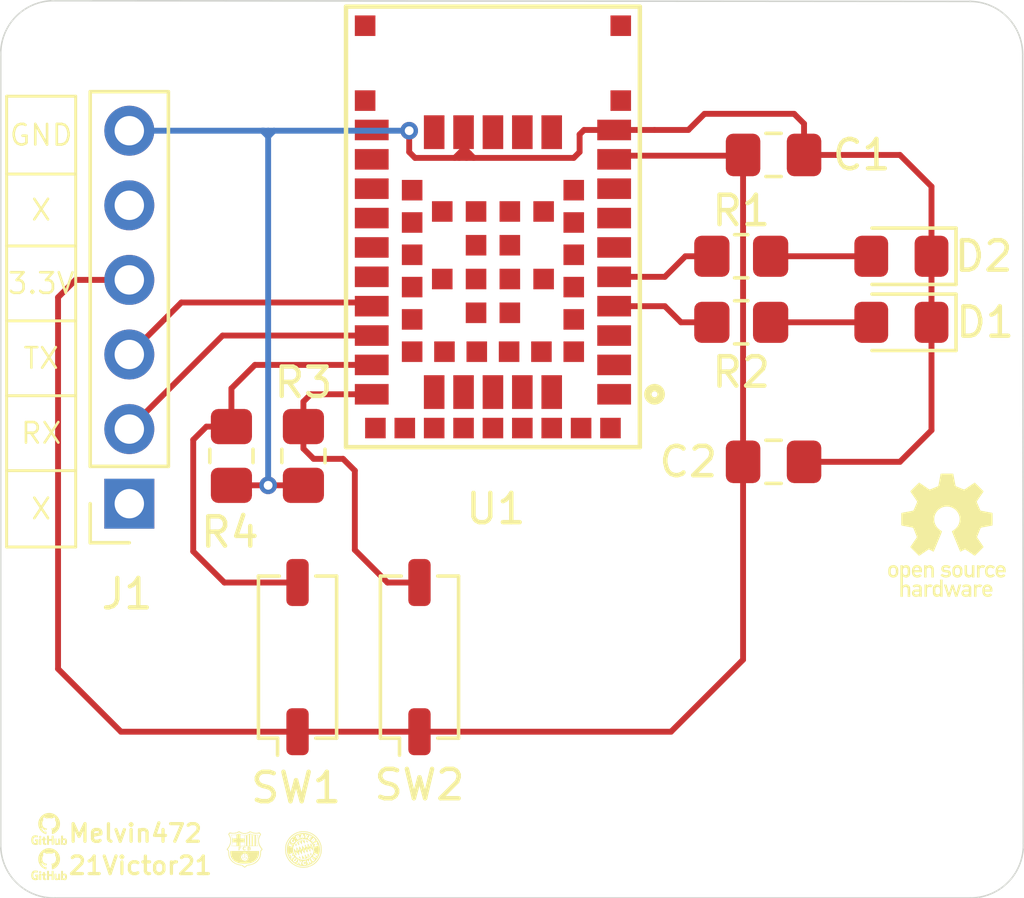
<source format=kicad_pcb>
(kicad_pcb (version 20241229) (generator "pcbnew") (generator_version "9.0")
  (layers (0 "F.Cu" signal) (2 "B.Cu" signal) (13 "F.Paste" user) (15 "B.Paste" user) (5 "F.SilkS" user "F.Silkscreen") (7 "B.SilkS" user "B.Silkscreen") (1 "F.Mask" user) (3 "B.Mask" user) (25 "Edge.Cuts" user))
  (net 0 "")
  (net 1 "GND")
  (net 2 "+3.3V")
  (net 3 "Net-(D1-A)")
  (net 4 "Net-(D2-A)")
  (net 6 "TX")
  (net 8 "RX")
  (net 9 "LED 2")
  (net 10 "LED 1")
  (net 11 "SW2")
  (net 12 "SW1")
  (footprint "LED_SMD:LED_0805_2012Metric_Pad1.15x1.40mm_HandSolder" (layer "F.Cu") (at 96.05 56.25 180)
    (property "Reference" "D1" (at -2.85 0 0) (layer "F.SilkS"))
    (property "Value" "LED 1")
    (pad "1" smd roundrect (at -1.025 0 180) (size 1.15 1.4) (layers "F.Cu" "F.Mask" "F.Paste") (roundrect_rratio 0.217391) (net 1 "GND"))
    (pad "2" smd roundrect (at 1.025 0 180) (size 1.15 1.4) (layers "F.Cu" "F.Mask" "F.Paste") (roundrect_rratio 0.217391) (net 3 "Net-(D1-A)"))
  )
  (footprint "Capacitor_SMD:C_0805_2012Metric_Pad1.18x1.45mm_HandSolder" (layer "F.Cu") (at 91.7 61)
    (property "Reference" "C2" (at -2.9 0 180) (layer "F.SilkS"))
    (property "Value" "4.7µF")
    (pad "1" smd roundrect (at -1.0375 0) (size 1.175 1.45) (layers "F.Cu" "F.Mask" "F.Paste") (roundrect_rratio 0.212766) (net 2 "+3.3V"))
    (pad "2" smd roundrect (at 1.0375 0) (size 1.175 1.45) (layers "F.Cu" "F.Mask" "F.Paste") (roundrect_rratio 0.212766) (net 1 "GND"))
  )
  (footprint "logos:github_2_2.1" (layer "F.Cu") (at 67.04674 74.7)
    (property "Reference" "G***" (hide yes))
    (property "Value" "LOGO" (hide yes))
  )
  (footprint "LED_SMD:LED_0805_2012Metric_Pad1.15x1.40mm_HandSolder" (layer "F.Cu") (at 96.05 54 180)
    (property "Reference" "D2" (at -2.8 0 0) (layer "F.SilkS"))
    (property "Value" "LED 2")
    (pad "1" smd roundrect (at -1.025 0 180) (size 1.15 1.4) (layers "F.Cu" "F.Mask" "F.Paste") (roundrect_rratio 0.217391) (net 1 "GND"))
    (pad "2" smd roundrect (at 1.025 0 180) (size 1.15 1.4) (layers "F.Cu" "F.Mask" "F.Paste") (roundrect_rratio 0.217391) (net 4 "Net-(D2-A)"))
  )
  (footprint "NINA-B416(1):NINA_LGA71R_1500X1000X223_PCB" (layer "F.Cu") (at 82.149997 53 90)
    (property "Reference" "U1" (at -9.6 0.100003 0) (layer "F.SilkS"))
    (property "Value" "NINA-B416")
    (property "VALUE" "NINA-B416" (hide yes))
    (pad "1" smd rect (at -5.7 4.125 90) (size 0.7 1.15) (layers "F.Cu" "F.Mask" "F.Paste"))
    (pad "2" smd rect (at -4.7 4.125 90) (size 0.7 1.15) (layers "F.Cu" "F.Mask" "F.Paste"))
    (pad "3" smd rect (at -3.7 4.125 90) (size 0.7 1.15) (layers "F.Cu" "F.Mask" "F.Paste"))
    (pad "4" smd rect (at -2.7 4.125 90) (size 0.7 1.15) (layers "F.Cu" "F.Mask" "F.Paste") (net 10 "LED 1"))
    (pad "5" smd rect (at -1.7 4.125 90) (size 0.7 1.15) (layers "F.Cu" "F.Mask" "F.Paste") (net 9 "LED 2"))
    (pad "6" smd rect (at -0.7 4.125 90) (size 0.7 1.15) (layers "F.Cu" "F.Mask" "F.Paste"))
    (pad "7" smd rect (at 0.3 4.125 90) (size 0.7 1.15) (layers "F.Cu" "F.Mask" "F.Paste"))
    (pad "8" smd rect (at 1.3 4.125 90) (size 0.7 1.15) (layers "F.Cu" "F.Mask" "F.Paste"))
    (pad "9" smd rect (at 2.3 4.125 90) (size 0.7 1.15) (layers "F.Cu" "F.Mask" "F.Paste") (net 2 "+3.3V"))
    (pad "10" smd rect (at 3.3 4.125 90) (size 0.7 1.15) (layers "F.Cu" "F.Mask" "F.Paste") (net 1 "GND"))
    (pad "11" smd rect (at 3.225 2 90) (size 1.15 0.7) (layers "F.Cu" "F.Mask" "F.Paste"))
    (pad "12" smd rect (at 3.225 1 90) (size 1.15 0.7) (layers "F.Cu" "F.Mask" "F.Paste"))
    (pad "13" smd rect (at 3.225 0.000003 90) (size 1.15 0.7) (layers "F.Cu" "F.Mask" "F.Paste"))
    (pad "14" smd rect (at 3.225 -0.999997 90) (size 1.15 0.7) (layers "F.Cu" "F.Mask" "F.Paste") (net 1 "GND"))
    (pad "15" smd rect (at 3.225 -2 90) (size 1.15 0.7) (layers "F.Cu" "F.Mask" "F.Paste"))
    (pad "16" smd rect (at 3.3 -4.125 90) (size 0.7 1.15) (layers "F.Cu" "F.Mask" "F.Paste"))
    (pad "17" smd rect (at 2.3 -4.125 90) (size 0.7 1.15) (layers "F.Cu" "F.Mask" "F.Paste"))
    (pad "18" smd rect (at 1.3 -4.125 90) (size 0.7 1.15) (layers "F.Cu" "F.Mask" "F.Paste"))
    (pad "19" smd rect (at 0.3 -4.125 90) (size 0.7 1.15) (layers "F.Cu" "F.Mask" "F.Paste"))
    (pad "20" smd rect (at -0.7 -4.125 90) (size 0.7 1.15) (layers "F.Cu" "F.Mask" "F.Paste"))
    (pad "21" smd rect (at -1.7 -4.125 90) (size 0.7 1.15) (layers "F.Cu" "F.Mask" "F.Paste"))
    (pad "22" smd rect (at -2.7 -4.125 90) (size 0.7 1.15) (layers "F.Cu" "F.Mask" "F.Paste") (net 6 "TX"))
    (pad "23" smd rect (at -3.7 -4.125 90) (size 0.7 1.15) (layers "F.Cu" "F.Mask" "F.Paste") (net 8 "RX"))
    (pad "24" smd rect (at -4.7 -4.125 90) (size 0.7 1.15) (layers "F.Cu" "F.Mask" "F.Paste") (net 12 "SW1"))
    (pad "25" smd rect (at -5.7 -4.125 90) (size 0.7 1.15) (layers "F.Cu" "F.Mask" "F.Paste") (net 11 "SW2"))
    (pad "26" smd rect (at -5.625 -2 90) (size 1.15 0.7) (layers "F.Cu" "F.Mask" "F.Paste"))
    (pad "27" smd rect (at -5.625 -0.999997 90) (size 1.15 0.7) (layers "F.Cu" "F.Mask" "F.Paste"))
    (pad "28" smd rect (at -5.625 0.000003 90) (size 1.15 0.7) (layers "F.Cu" "F.Mask" "F.Paste"))
    (pad "29" smd rect (at -5.625 1 90) (size 1.15 0.7) (layers "F.Cu" "F.Mask" "F.Paste"))
    (pad "30" smd rect (at -5.625 2 90) (size 1.15 0.7) (layers "F.Cu" "F.Mask" "F.Paste"))
    (pad "31" smd rect (at -4.25 2.75 90) (size 0.7 0.7) (layers "F.Cu" "F.Mask" "F.Paste"))
    (pad "32" smd rect (at -3.15 2.75 90) (size 0.7 0.7) (layers "F.Cu" "F.Mask" "F.Paste"))
    (pad "33" smd rect (at -2.05 2.75 90) (size 0.7 0.7) (layers "F.Cu" "F.Mask" "F.Paste"))
    (pad "34" smd rect (at -0.95 2.75 90) (size 0.7 0.7) (layers "F.Cu" "F.Mask" "F.Paste"))
    (pad "35" smd rect (at 0.15 2.75 90) (size 0.7 0.7) (layers "F.Cu" "F.Mask" "F.Paste"))
    (pad "36" smd rect (at 1.25 2.75 90) (size 0.7 0.7) (layers "F.Cu" "F.Mask" "F.Paste"))
    (pad "37" smd rect (at 1.25 -2.75 90) (size 0.7 0.7) (layers "F.Cu" "F.Mask" "F.Paste"))
    (pad "38" smd rect (at 0.15 -2.75 90) (size 0.7 0.7) (layers "F.Cu" "F.Mask" "F.Paste"))
    (pad "39" smd rect (at -0.95 -2.75 90) (size 0.7 0.7) (layers "F.Cu" "F.Mask" "F.Paste"))
    (pad "40" smd rect (at -2.05 -2.75 90) (size 0.7 0.7) (layers "F.Cu" "F.Mask" "F.Paste"))
    (pad "41" smd rect (at -3.15 -2.75 90) (size 0.7 0.7) (layers "F.Cu" "F.Mask" "F.Paste"))
    (pad "42" smd rect (at -4.25 -2.75 90) (size 0.7 0.7) (layers "F.Cu" "F.Mask" "F.Paste"))
    (pad "43" smd rect (at -4.25 -1.65 90) (size 0.7 0.7) (layers "F.Cu" "F.Mask" "F.Paste"))
    (pad "44" smd rect (at -4.25 -0.55 90) (size 0.7 0.7) (layers "F.Cu" "F.Mask" "F.Paste"))
    (pad "45" smd rect (at -4.25 0.55 90) (size 0.7 0.7) (layers "F.Cu" "F.Mask" "F.Paste"))
    (pad "46" smd rect (at -4.25 1.65 90) (size 0.7 0.7) (layers "F.Cu" "F.Mask" "F.Paste"))
    (pad "47" smd rect (at -6.85 -4 90) (size 0.7 0.7) (layers "F.Cu" "F.Mask" "F.Paste"))
    (pad "48" smd rect (at -6.85 -3 90) (size 0.7 0.7) (layers "F.Cu" "F.Mask" "F.Paste"))
    (pad "49" smd rect (at -6.85 -2 90) (size 0.7 0.7) (layers "F.Cu" "F.Mask" "F.Paste"))
    (pad "50" smd rect (at -6.85 -1 90) (size 0.7 0.7) (layers "F.Cu" "F.Mask" "F.Paste"))
    (pad "51" smd rect (at -6.85 0 90) (size 0.7 0.7) (layers "F.Cu" "F.Mask" "F.Paste"))
    (pad "52" smd rect (at -6.85 1 90) (size 0.7 0.7) (layers "F.Cu" "F.Mask" "F.Paste"))
    (pad "53" smd rect (at -6.85 2 90) (size 0.7 0.7) (layers "F.Cu" "F.Mask" "F.Paste"))
    (pad "54" smd rect (at -6.85 3 90) (size 0.7 0.7) (layers "F.Cu" "F.Mask" "F.Paste"))
    (pad "55" smd rect (at -6.85 4 90) (size 0.7 0.7) (layers "F.Cu" "F.Mask" "F.Paste"))
    (pad "56" smd rect (at -2.925 0.575 90) (size 0.7 0.7) (layers "F.Cu" "F.Mask" "F.Paste"))
    (pad "57" smd rect (at -2.925 -0.575 90) (size 0.7 0.7) (layers "F.Cu" "F.Mask" "F.Paste"))
    (pad "58" smd rect (at -1.775 1.725 90) (size 0.7 0.7) (layers "F.Cu" "F.Mask" "F.Paste"))
    (pad "59" smd rect (at -1.775 0.575 90) (size 0.7 0.7) (layers "F.Cu" "F.Mask" "F.Paste"))
    (pad "60" smd rect (at -1.775 -0.575 90) (size 0.7 0.7) (layers "F.Cu" "F.Mask" "F.Paste"))
    (pad "61" smd rect (at -1.775 -1.725 90) (size 0.7 0.7) (layers "F.Cu" "F.Mask" "F.Paste"))
    (pad "62" smd rect (at -0.625 0.575 90) (size 0.7 0.7) (layers "F.Cu" "F.Mask" "F.Paste"))
    (pad "63" smd rect (at -0.625 -0.575 90) (size 0.7 0.7) (layers "F.Cu" "F.Mask" "F.Paste"))
    (pad "64" smd rect (at 0.525 1.725 90) (size 0.7 0.7) (layers "F.Cu" "F.Mask" "F.Paste"))
    (pad "65" smd rect (at 0.525 0.575 90) (size 0.7 0.7) (layers "F.Cu" "F.Mask" "F.Paste"))
    (pad "66" smd rect (at 0.525 -0.575 90) (size 0.7 0.7) (layers "F.Cu" "F.Mask" "F.Paste"))
    (pad "67" smd rect (at 0.525 -1.725 90) (size 0.7 0.7) (layers "F.Cu" "F.Mask" "F.Paste"))
    (pad "68" smd rect (at 4.3 4.35 90) (size 0.7 0.7) (layers "F.Cu" "F.Mask" "F.Paste"))
    (pad "69" smd rect (at 6.85 4.35 90) (size 0.7 0.7) (layers "F.Cu" "F.Mask" "F.Paste"))
    (pad "70" smd rect (at 6.85 -4.35 90) (size 0.7 0.7) (layers "F.Cu" "F.Mask" "F.Paste"))
    (pad "71" smd rect (at 4.3 -4.35 90) (size 0.7 0.7) (layers "F.Cu" "F.Mask" "F.Paste"))
  )
  (footprint "logos:fb_bayern_4_2.2mm" (layer "F.Cu") (at 74.7 74.2)
    (property "Reference" "G***" (hide yes))
    (property "Value" "LOGO" (hide yes))
  )
  (footprint "logos:ophardware_4_4.2mm" (layer "F.Cu") (at 97.6 63.5)
    (property "Reference" "G***" (hide yes))
    (property "Value" "LOGO" (hide yes))
  )
  (footprint "Capacitor_SMD:C_0805_2012Metric_Pad1.18x1.45mm_HandSolder" (layer "F.Cu") (at 91.7 50.55)
    (property "Reference" "C1" (at 3 0 180) (layer "F.SilkS"))
    (property "Value" "100nF")
    (pad "1" smd roundrect (at -1.0375 0) (size 1.175 1.45) (layers "F.Cu" "F.Mask" "F.Paste") (roundrect_rratio 0.212766) (net 2 "+3.3V"))
    (pad "2" smd roundrect (at 1.0375 0) (size 1.175 1.45) (layers "F.Cu" "F.Mask" "F.Paste") (roundrect_rratio 0.212766) (net 1 "GND"))
  )
  (footprint "Resistor_SMD:R_0805_2012Metric_Pad1.20x1.40mm_HandSolder" (layer "F.Cu") (at 90.6 54)
    (property "Reference" "R1" (at 0 -1.55 0) (layer "F.SilkS"))
    (property "Value" "1K")
    (pad "1" smd roundrect (at -1 0) (size 1.2 1.4) (layers "F.Cu" "F.Mask" "F.Paste") (roundrect_rratio 0.208333) (net 9 "LED 2"))
    (pad "2" smd roundrect (at 1 0) (size 1.2 1.4) (layers "F.Cu" "F.Mask" "F.Paste") (roundrect_rratio 0.208333) (net 4 "Net-(D2-A)"))
  )
  (footprint "Resistor_SMD:R_0805_2012Metric_Pad1.20x1.40mm_HandSolder" (layer "F.Cu") (at 73.25 60.8 -90)
    (property "Reference" "R4" (at 2.6 0.05 0) (layer "F.SilkS"))
    (property "Value" "10k")
    (pad "1" smd roundrect (at -1 0 270) (size 1.2 1.4) (layers "F.Cu" "F.Mask" "F.Paste") (roundrect_rratio 0.208333) (net 12 "SW1"))
    (pad "2" smd roundrect (at 1 0 270) (size 1.2 1.4) (layers "F.Cu" "F.Mask" "F.Paste") (roundrect_rratio 0.208333) (net 1 "GND"))
  )
  (footprint "logos:github_2_2.1" (layer "F.Cu") (at 67.04674 73.5)
    (property "Reference" "G***" (hide yes))
    (property "Value" "LOGO" (hide yes))
  )
  (footprint "Connector_PinSocket_2.54mm:PinSocket_1x06_P2.54mm_Vertical" (layer "F.Cu") (at 69.775 62.425 180)
    (property "Reference" "J1" (at 0.075 -3.075 0) (layer "F.SilkS"))
    (property "Value" "Conn_01x06_Socket" (hide yes))
    (pad "1" thru_hole rect (at 0 0 180) (size 1.7 1.7) (drill 1) (layers "*.Cu" "*.Mask"))
    (pad "2" thru_hole circle (at 0 2.54 180) (size 1.7 1.7) (drill 1) (layers "*.Cu" "*.Mask") (net 8 "RX"))
    (pad "3" thru_hole circle (at 0 5.08 180) (size 1.7 1.7) (drill 1) (layers "*.Cu" "*.Mask") (net 6 "TX"))
    (pad "4" thru_hole circle (at 0 7.62 180) (size 1.7 1.7) (drill 1) (layers "*.Cu" "*.Mask") (net 2 "+3.3V"))
    (pad "5" thru_hole circle (at 0 10.16 180) (size 1.7 1.7) (drill 1) (layers "*.Cu" "*.Mask"))
    (pad "6" thru_hole circle (at 0 12.7 180) (size 1.7 1.7) (drill 1) (layers "*.Cu" "*.Mask") (net 1 "GND"))
  )
  (footprint "Button_Switch_SMD:SW_DIP_SPSTx01_Slide_Copal_CHS-01A_W5.08mm_P1.27mm_JPin" (layer "F.Cu") (at 79.65 67.65 90)
    (property "Reference" "SW2" (at -4.35 0 180) (layer "F.SilkS"))
    (property "Value" "SW_Push")
    (pad "1" smd roundrect (at -2.54 0 90) (size 1.6 0.76) (layers "F.Cu" "F.Mask" "F.Paste") (net 2 "+3.3V"))
    (pad "2" smd roundrect (at 2.54 0 90) (size 1.6 0.76) (layers "F.Cu" "F.Mask" "F.Paste") (net 11 "SW2"))
  )
  (footprint "Button_Switch_SMD:SW_DIP_SPSTx01_Slide_Copal_CHS-01A_W5.08mm_P1.27mm_JPin" (layer "F.Cu") (at 75.5 67.65 90)
    (property "Reference" "SW1" (at -4.45 -0.05 180) (layer "F.SilkS"))
    (property "Value" "SW_Push")
    (pad "1" smd roundrect (at -2.54 0 90) (size 1.6 0.76) (layers "F.Cu" "F.Mask" "F.Paste") (net 2 "+3.3V"))
    (pad "2" smd roundrect (at 2.54 0 90) (size 1.6 0.76) (layers "F.Cu" "F.Mask" "F.Paste") (net 12 "SW1"))
  )
  (footprint "Resistor_SMD:R_0805_2012Metric_Pad1.20x1.40mm_HandSolder" (layer "F.Cu") (at 75.7 60.8 -90)
    (property "Reference" "R3" (at -2.5 0 0) (layer "F.SilkS"))
    (property "Value" "10k")
    (pad "1" smd roundrect (at -1 0 270) (size 1.2 1.4) (layers "F.Cu" "F.Mask" "F.Paste") (roundrect_rratio 0.208333) (net 11 "SW2"))
    (pad "2" smd roundrect (at 1 0 270) (size 1.2 1.4) (layers "F.Cu" "F.Mask" "F.Paste") (roundrect_rratio 0.208333) (net 1 "GND"))
  )
  (footprint "Resistor_SMD:R_0805_2012Metric_Pad1.20x1.40mm_HandSolder" (layer "F.Cu") (at 90.6 56.25)
    (property "Reference" "R2" (at 0 1.7 0) (layer "F.SilkS"))
    (property "Value" "1K")
    (pad "1" smd roundrect (at -1 0) (size 1.2 1.4) (layers "F.Cu" "F.Mask" "F.Paste") (roundrect_rratio 0.208333) (net 10 "LED 1"))
    (pad "2" smd roundrect (at 1 0) (size 1.2 1.4) (layers "F.Cu" "F.Mask" "F.Paste") (roundrect_rratio 0.208333) (net 3 "Net-(D1-A)"))
  )
  (gr_line (start 100.177295 47.122792) (end 100.2 73.997001) (stroke (width 0.05)) (layer "Edge.Cuts"))
  (gr_line (start 98.412761 45.323135) (end 67.2 45.3) (stroke (width 0.05)) (layer "Edge.Cuts"))
  (gr_arc (start 100.2 73.999306) (mid 99.69084 75.304787) (end 98.4 75.85) (stroke (width 0.05)) (layer "Edge.Cuts"))
  (gr_arc (start 65.4 47.15) (mid 65.90916 45.844519) (end 67.2 45.299306) (stroke (width 0.05)) (layer "Edge.Cuts"))
  (gr_line (start 65.399306 74.05) (end 65.4 47.15) (stroke (width 0.05)) (layer "Edge.Cuts"))
  (gr_arc (start 98.377208 45.322792) (mid 99.65 45.85) (end 100.177208 47.122792) (stroke (width 0.05)) (layer "Edge.Cuts"))
  (gr_arc (start 67.25 75.85) (mid 65.944519 75.34084) (end 65.399306 74.05) (stroke (width 0.05)) (layer "Edge.Cuts"))
  (gr_line (start 67.25 75.85) (end 98.4 75.85) (stroke (width 0.05)) (layer "Edge.Cuts"))
  (gr_text "21Victor21" (at 67.65 75.1 0) (layer "F.SilkS") (effects (font (size 0.6 0.6) (thickness 0.11) (bold yes)) (justify left bottom)))
  (gr_text "Melvin472" (at 67.65 74 0) (layer "F.SilkS") (effects (font (size 0.6 0.6) (thickness 0.11) (bold yes)) (justify left bottom)))
  (table (column_count 1) (layer "F.SilkS") (border (external yes) (header yes) (stroke (width 0.1))) (separators (rows yes) (cols yes) (stroke (width 0.1))) (column_widths 2.35) (row_heights 2.65 2.45 2.55 2.55 2.55 2.6) (cells (table_cell "GND" (start 65.6 48.55) (end 67.95 51.2) (margins 1.0025 0.8 1.0025 1.0025) (span 1 1) (layer "F.SilkS") (effects (font (size 0.7 0.7)))) (table_cell "X" (start 65.6 51.2) (end 67.95 53.65) (margins 1.0025 1.0025 1.0025 1.0025) (span 1 1) (layer "F.SilkS") (effects (font (size 0.7 0.7)))) (table_cell "3.3V" (start 65.6 53.65) (end 67.95 56.2) (margins 1.0025 1.0025 1.0025 1.0025) (span 1 1) (layer "F.SilkS") (effects (font (size 0.7 0.7)))) (table_cell "TX" (start 65.6 56.2) (end 67.95 58.75) (margins 1.0025 1.0025 1.0025 1.0025) (span 1 1) (layer "F.SilkS") (effects (font (size 0.7 0.7)))) (table_cell "RX" (start 65.6 58.75) (end 67.95 61.3) (margins 1.0025 1.0025 1.0025 1.0025) (span 1 1) (layer "F.SilkS") (effects (font (size 0.7 0.7)))) (table_cell "X" (start 65.6 61.3) (end 67.95 63.9) (margins 1.0025 1.0025 1.0025 1.0025) (span 1 1) (layer "F.SilkS") (effects (font (size 0.7 0.7))))))
  (segment (start 81.349 50.552) (end 81.25 50.651) (width 0.2) (layer "F.Cu") (net 1))
  (segment (start 81.349 50.501) (end 81.349 50.552) (width 0.2) (layer "F.Cu") (net 1))
  (segment (start 81.15 49.775) (end 81.15 50.351) (width 0.2) (layer "F.Cu") (net 1))
  (segment (start 81.15 49.775) (end 81.15 50.302) (width 0.2) (layer "F.Cu") (net 1))
  (segment (start 88.8 49.7) (end 89.35 49.15) (width 0.2) (layer "F.Cu") (net 1))
  (segment (start 89.35 49.15) (end 92.4 49.15) (width 0.2) (layer "F.Cu") (net 1))
  (segment (start 92.7375 49.4875) (end 92.7375 50.55) (width 0.2) (layer "F.Cu") (net 1))
  (segment (start 81.25 50.651) (end 80.999 50.651) (width 0.2) (layer "F.Cu") (net 1))
  (segment (start 80.85 50.651) (end 80.999 50.651) (width 0.2) (layer "F.Cu") (net 1))
  (segment (start 96 50.55) (end 92.7375 50.55) (width 0.2) (layer "F.Cu") (net 1))
  (segment (start 92.7375 61) (end 96 61) (width 0.2) (layer "F.Cu") (net 1))
  (segment (start 92.4 49.15) (end 92.7375 49.4875) (width 0.2) (layer "F.Cu") (net 1))
  (segment (start 81.349 50.501) (end 81.499 50.651) (width 0.2) (layer "F.Cu") (net 1))
  (segment (start 81.15 50.351) (end 80.85 50.651) (width 0.2) (layer "F.Cu") (net 1))
  (segment (start 75.45 61.8) (end 73.25 61.8) (width 0.2) (layer "F.Cu") (net 1))
  (segment (start 85.25 49.7) (end 86.274997 49.7) (width 0.2) (layer "F.Cu") (net 1))
  (segment (start 97.075 54) (end 97.075 51.625) (width 0.2) (layer "F.Cu") (net 1))
  (segment (start 97.075 56.25) (end 97.075 54) (width 0.2) (layer "F.Cu") (net 1))
  (segment (start 87.65 49.7) (end 86.274997 49.7) (width 0.2) (layer "F.Cu") (net 1))
  (segment (start 80.999 50.651) (end 81.15 50.5) (width 0.2) (layer "F.Cu") (net 1))
  (segment (start 81.15 50.5) (end 81.15 49.775) (width 0.2) (layer "F.Cu") (net 1))
  (segment (start 96 61) (end 97.075 59.925) (width 0.2) (layer "F.Cu") (net 1))
  (segment (start 81.15 50.302) (end 81.349 50.501) (width 0.2) (layer "F.Cu") (net 1))
  (segment (start 84.899 50.651) (end 85.1 50.45) (width 0.2) (layer "F.Cu") (net 1))
  (segment (start 87.65 49.7) (end 88.8 49.7) (width 0.2) (layer "F.Cu") (net 1))
  (segment (start 97.075 51.625) (end 96 50.55) (width 0.2) (layer "F.Cu") (net 1))
  (segment (start 79.498997 50.651) (end 80.85 50.651) (width 0.2) (layer "F.Cu") (net 1))
  (segment (start 81.499 50.651) (end 84.899 50.651) (width 0.2) (layer "F.Cu") (net 1))
  (segment (start 85.1 50.45) (end 85.1 49.85) (width 0.2) (layer "F.Cu") (net 1))
  (segment (start 97.075 59.925) (end 97.075 56.25) (width 0.2) (layer "F.Cu") (net 1))
  (segment (start 81.499 50.651) (end 81.25 50.651) (width 0.2) (layer "F.Cu") (net 1))
  (segment (start 79.299995 49.725) (end 79.299995 50.451998) (width 0.2) (layer "F.Cu") (net 1))
  (segment (start 85.1 49.85) (end 85.25 49.7) (width 0.2) (layer "F.Cu") (net 1))
  (segment (start 79.299995 50.451998) (end 79.498997 50.651) (width 0.2) (layer "F.Cu") (net 1))
  (via (at 79.299995 49.725) (size 0.6) (drill 0.3) (layers "F.Cu" "B.Cu") (net 1))
  (via (at 74.5 61.8) (size 0.6) (drill 0.3) (layers "F.Cu" "B.Cu") (net 1))
  (segment (start 74.5 49.725) (end 74.35 49.725) (width 0.2) (layer "B.Cu") (net 1))
  (segment (start 74.525 49.9) (end 74.7 49.725) (width 0.2) (layer "B.Cu") (net 1))
  (segment (start 74.3 49.725) (end 69.775 49.725) (width 0.2) (layer "B.Cu") (net 1))
  (segment (start 74.5 49.9) (end 74.525 49.9) (width 0.2) (layer "B.Cu") (net 1))
  (segment (start 74.5 61.8) (end 74.45 61.75) (width 0.2) (layer "B.Cu") (net 1))
  (segment (start 74.5 49.9) (end 74.5 49.875) (width 0.2) (layer "B.Cu") (net 1))
  (segment (start 74.35 49.725) (end 74.3 49.725) (width 0.2) (layer "B.Cu") (net 1))
  (segment (start 74.5 49.9) (end 74.475 49.9) (width 0.2) (layer "B.Cu") (net 1))
  (segment (start 74.5 49.9) (end 74.5 49.725) (width 0.2) (layer "B.Cu") (net 1))
  (segment (start 74.475 49.9) (end 74.3 49.725) (width 0.2) (layer "B.Cu") (net 1))
  (segment (start 74.5 61.8) (end 74.5 49.9) (width 0.2) (layer "B.Cu") (net 1))
  (segment (start 74.7 49.725) (end 74.5 49.725) (width 0.2) (layer "B.Cu") (net 1))
  (segment (start 74.5 49.875) (end 74.35 49.725) (width 0.2) (layer "B.Cu") (net 1))
  (segment (start 79.299995 49.725) (end 74.7 49.725) (width 0.2) (layer "B.Cu") (net 1))
  (segment (start 67.35 55.4) (end 67.945 54.805) (width 0.2) (layer "F.Cu") (net 2))
  (segment (start 90.6625 50.55) (end 90.6625 61) (width 0.2) (layer "F.Cu") (net 2))
  (segment (start 75.5 70.19) (end 79.65 70.19) (width 0.2) (layer "F.Cu") (net 2))
  (segment (start 90.6625 67.7375) (end 88.21 70.19) (width 0.2) (layer "F.Cu") (net 2))
  (segment (start 90.6375 50.575) (end 86.274997 50.575) (width 0.2) (layer "F.Cu") (net 2))
  (segment (start 88.21 70.19) (end 79.65 70.19) (width 0.2) (layer "F.Cu") (net 2))
  (segment (start 75.5 70.19) (end 69.49 70.19) (width 0.2) (layer "F.Cu") (net 2))
  (segment (start 90.6625 50.55) (end 90.6375 50.575) (width 0.2) (layer "F.Cu") (net 2))
  (segment (start 67.35 68.05) (end 67.35 55.4) (width 0.2) (layer "F.Cu") (net 2))
  (segment (start 90.6625 61) (end 90.6625 67.7375) (width 0.2) (layer "F.Cu") (net 2))
  (segment (start 67.945 54.805) (end 69.775 54.805) (width 0.2) (layer "F.Cu") (net 2))
  (segment (start 69.49 70.19) (end 67.35 68.05) (width 0.2) (layer "F.Cu") (net 2))
  (segment (start 91.6 56.25) (end 95.025 56.25) (width 0.2) (layer "F.Cu") (net 3))
  (segment (start 91.6 54) (end 95.025 54) (width 0.2) (layer "F.Cu") (net 4))
  (segment (start 69.775 57.345) (end 71.545 55.575) (width 0.2) (layer "F.Cu") (net 6))
  (segment (start 71.545 55.575) (end 78.024997 55.575) (width 0.2) (layer "F.Cu") (net 6))
  (segment (start 69.775 59.875) (end 72.95 56.7) (width 0.2) (layer "F.Cu") (net 8))
  (segment (start 69.775 59.885) (end 69.775 59.875) (width 0.2) (layer "F.Cu") (net 8))
  (segment (start 72.95 56.7) (end 78.024997 56.7) (width 0.2) (layer "F.Cu") (net 8))
  (segment (start 88 54.7) (end 86.274997 54.7) (width 0.2) (layer "F.Cu") (net 9))
  (segment (start 89.6 54) (end 88.7 54) (width 0.2) (layer "F.Cu") (net 9))
  (segment (start 88.7 54) (end 88 54.7) (width 0.2) (layer "F.Cu") (net 9))
  (segment (start 88.55 56.25) (end 88 55.7) (width 0.2) (layer "F.Cu") (net 10))
  (segment (start 88 55.7) (end 86.274997 55.7) (width 0.2) (layer "F.Cu") (net 10))
  (segment (start 89.6 56.25) (end 88.55 56.25) (width 0.2) (layer "F.Cu") (net 10))
  (segment (start 77.45 61.3) (end 77.049 60.899) (width 0.2) (layer "F.Cu") (net 11))
  (segment (start 75.95 58.7) (end 78.024997 58.7) (width 0.2) (layer "F.Cu") (net 11))
  (segment (start 75.7 58.95) (end 75.95 58.7) (width 0.2) (layer "F.Cu") (net 11))
  (segment (start 77.45 64) (end 77.45 61.3) (width 0.2) (layer "F.Cu") (net 11))
  (segment (start 78.56 65.11) (end 77.45 64) (width 0.2) (layer "F.Cu") (net 11))
  (segment (start 75.7 60.55) (end 75.7 59.8) (width 0.2) (layer "F.Cu") (net 11))
  (segment (start 79.65 65.11) (end 78.56 65.11) (width 0.2) (layer "F.Cu") (net 11))
  (segment (start 77.049 60.899) (end 76.049 60.899) (width 0.2) (layer "F.Cu") (net 11))
  (segment (start 76.049 60.899) (end 75.7 60.55) (width 0.2) (layer "F.Cu") (net 11))
  (segment (start 75.7 59.8) (end 75.7 58.95) (width 0.2) (layer "F.Cu") (net 11))
  (segment (start 74.05 57.7) (end 78.024997 57.7) (width 0.2) (layer "F.Cu") (net 12))
  (segment (start 71.95 60.25) (end 72.4 59.8) (width 0.2) (layer "F.Cu") (net 12))
  (segment (start 75.5 65.11) (end 73.01 65.11) (width 0.2) (layer "F.Cu") (net 12))
  (segment (start 73.25 58.5) (end 74.05 57.7) (width 0.2) (layer "F.Cu") (net 12))
  (segment (start 73.01 65.11) (end 71.95 64.05) (width 0.2) (layer "F.Cu") (net 12))
  (segment (start 71.95 64.05) (end 71.95 60.25) (width 0.2) (layer "F.Cu") (net 12))
  (segment (start 73.25 59.8) (end 73.25 58.5) (width 0.2) (layer "F.Cu") (net 12))
  (segment (start 72.4 59.8) (end 73.25 59.8) (width 0.2) (layer "F.Cu") (net 12))
)
</source>
